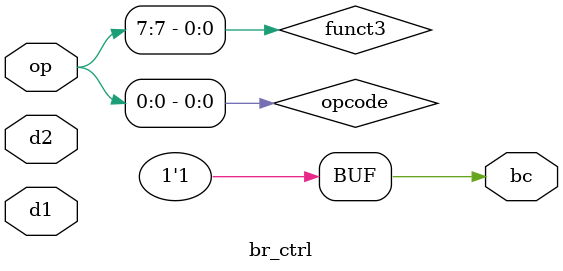
<source format=v>
`timescale 1ns / 1ps
`default_nettype none

module br_ctrl(
    input wire [31:0] d1,
    input wire [31:0] d2,
    input wire [16:0] op,
    output reg bc
    );
    
    // Remember the structure of op
    // {funct7, funct3, opcode}
    // funct7 is not used
    wire opcode;
    wire funct3;
    
    assign opcode = op[6:0];
    assign funct3 = op[9:7];
    
    // bc = 0 -> PC=PC+4
    // bc = 1 -> PC=PC+sign_ext(imm)
    always@(*)
    begin
        if(opcode == 7'b1100011)
        begin
            case(funct3)
                3'b000: begin   // BEQ
                    if(d1 == d2) bc = 1;
                    else bc = 0;
                end
                3'b001: begin
                    if(d1 != d2) bc = 1;
                    else bc = 0;
                end
                3'b100: begin
                    if($signed(d1) < $signed(d2)) bc = 1;
                    else bc = 0;
                end
                3'b101: begin
                    if($signed(d1) > $signed(d2)) bc = 1;
                    else bc = 0;
                end
                3'b110: begin
                    if(d1 < d2) bc = 1;
                    else bc = 0;
                end
                3'b111: begin
                    if(d1 > d2) bc = 1;
                    else bc = 0;
                end
                default: bc = 0;
            endcase
        end
        else bc = 1;
    end
    
endmodule

</source>
